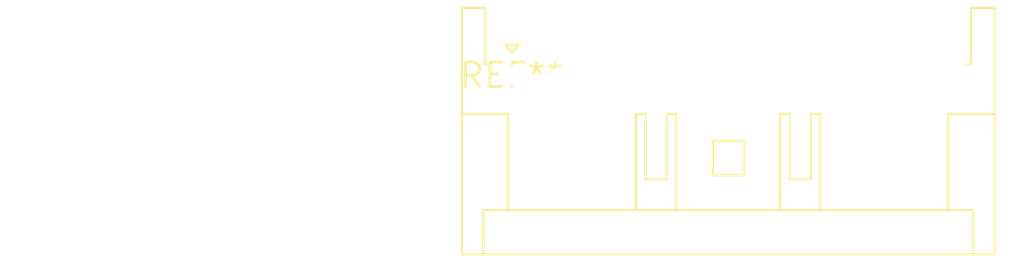
<source format=kicad_pcb>
(kicad_pcb (version 20240108) (generator pcbnew)
  (layers (0 "F.Cu" signal) (31 "B.Cu" signal) (34 "B.Paste" user) (35 "F.Paste" user) (36 "B.SilkS" user "B.Silkscreen") (37 "F.SilkS" user "F.Silkscreen") (38 "B.Mask" user) (39 "F.Mask" user) (44 "Edge.Cuts" user))
  (net 0 "")
  (footprint "JST_XA_S10B-XASK-1N-BN_1x10_P2.50mm_Horizontal" (layer "F.Cu") (at 0 0)
    (property "Reference" "REF**")
    (property "Value" "JST_XA_S10B-XASK-1N-BN_1x10_P2.50mm_Horizontal")
    (fp_line (start -2.61 -3.51) (end -2.61 9.31) (layer "F.SilkS") (stroke (width 0.12)))
    (fp_line (start -2.61 9.31) (end 25.11 9.31) (layer "F.SilkS") (stroke (width 0.12)))
    (fp_line (start -1.5 7.01) (end 24 7.01) (layer "F.SilkS") (stroke (width 0.12)))
    (fp_line (start -1.5 9.31) (end -1.5 7.01) (layer "F.SilkS") (stroke (width 0.12)))
    (fp_line (start -1.39 -3.51) (end -2.61 -3.51) (layer "F.SilkS") (stroke (width 0.12)))
    (fp_line (start -1.39 -0.61) (end -1.39 -3.51) (layer "F.SilkS") (stroke (width 0.12)))
    (fp_line (start -1.11 -0.61) (end -1.39 -0.61) (layer "F.SilkS") (stroke (width 0.12)))
    (fp_line (start -0.4 -1.6) (end 0.4 -1.6) (layer "F.SilkS") (stroke (width 0.12)))
    (fp_line (start -0.2 2) (end -2.61 2) (layer "F.SilkS") (stroke (width 0.12)))
    (fp_line (start -0.2 7.01) (end -0.2 2) (layer "F.SilkS") (stroke (width 0.12)))
    (fp_line (start 0 -1.2) (end -0.4 -1.6) (layer "F.SilkS") (stroke (width 0.12)))
    (fp_line (start 0.4 -1.6) (end 0 -1.2) (layer "F.SilkS") (stroke (width 0.12)))
    (fp_line (start 6.45 2) (end 6.45 7.01) (layer "F.SilkS") (stroke (width 0.12)))
    (fp_line (start 6.95 2) (end 6.45 2) (layer "F.SilkS") (stroke (width 0.12)))
    (fp_line (start 6.95 5.41) (end 6.95 2) (layer "F.SilkS") (stroke (width 0.12)))
    (fp_line (start 8.05 2) (end 8.05 5.41) (layer "F.SilkS") (stroke (width 0.12)))
    (fp_line (start 8.05 5.41) (end 6.95 5.41) (layer "F.SilkS") (stroke (width 0.12)))
    (fp_line (start 8.55 2) (end 8.05 2) (layer "F.SilkS") (stroke (width 0.12)))
    (fp_line (start 8.55 7.01) (end 8.55 2) (layer "F.SilkS") (stroke (width 0.12)))
    (fp_line (start 10.45 3.4) (end 12.05 3.4) (layer "F.SilkS") (stroke (width 0.12)))
    (fp_line (start 10.45 5.2) (end 10.45 3.4) (layer "F.SilkS") (stroke (width 0.12)))
    (fp_line (start 12.05 3.4) (end 12.05 5.2) (layer "F.SilkS") (stroke (width 0.12)))
    (fp_line (start 12.05 5.2) (end 10.45 5.2) (layer "F.SilkS") (stroke (width 0.12)))
    (fp_line (start 13.95 2) (end 14.45 2) (layer "F.SilkS") (stroke (width 0.12)))
    (fp_line (start 13.95 7.01) (end 13.95 2) (layer "F.SilkS") (stroke (width 0.12)))
    (fp_line (start 14.45 2) (end 14.45 5.41) (layer "F.SilkS") (stroke (width 0.12)))
    (fp_line (start 14.45 5.41) (end 15.55 5.41) (layer "F.SilkS") (stroke (width 0.12)))
    (fp_line (start 15.55 2) (end 16.05 2) (layer "F.SilkS") (stroke (width 0.12)))
    (fp_line (start 15.55 5.41) (end 15.55 2) (layer "F.SilkS") (stroke (width 0.12)))
    (fp_line (start 16.05 2) (end 16.05 7.01) (layer "F.SilkS") (stroke (width 0.12)))
    (fp_line (start 22.7 2) (end 25.11 2) (layer "F.SilkS") (stroke (width 0.12)))
    (fp_line (start 22.7 7.01) (end 22.7 2) (layer "F.SilkS") (stroke (width 0.12)))
    (fp_line (start 23.89 -3.51) (end 23.89 -0.61) (layer "F.SilkS") (stroke (width 0.12)))
    (fp_line (start 23.89 -0.61) (end 23.61 -0.61) (layer "F.SilkS") (stroke (width 0.12)))
    (fp_line (start 24 7.01) (end 24 9.31) (layer "F.SilkS") (stroke (width 0.12)))
    (fp_line (start 25.11 -3.51) (end 23.89 -3.51) (layer "F.SilkS") (stroke (width 0.12)))
    (fp_line (start 25.11 9.31) (end 25.11 -3.51) (layer "F.SilkS") (stroke (width 0.12)))
    (pad "1" thru_hole roundrect (at 0 0) (size 1.7 1.95) (drill 0.95) (layers *.Cu *.Mask) (remove_unused_layers) (roundrect_rratio 0.147059))
    (pad "2" thru_hole oval (at 2.5 0) (size 1.7 1.95) (drill 0.95) (layers *.Cu *.Mask) (remove_unused_layers))
    (pad "3" thru_hole oval (at 5 0) (size 1.7 1.95) (drill 0.95) (layers *.Cu *.Mask) (remove_unused_layers))
    (pad "4" thru_hole oval (at 7.5 0) (size 1.7 1.95) (drill 0.95) (layers *.Cu *.Mask) (remove_unused_layers))
    (pad "5" thru_hole oval (at 10 0) (size 1.7 1.95) (drill 0.95) (layers *.Cu *.Mask) (remove_unused_layers))
    (pad "6" thru_hole oval (at 12.5 0) (size 1.7 1.95) (drill 0.95) (layers *.Cu *.Mask) (remove_unused_layers))
    (pad "7" thru_hole oval (at 15 0) (size 1.7 1.95) (drill 0.95) (layers *.Cu *.Mask) (remove_unused_layers))
    (pad "8" thru_hole oval (at 17.5 0) (size 1.7 1.95) (drill 0.95) (layers *.Cu *.Mask) (remove_unused_layers))
    (pad "9" thru_hole oval (at 20 0) (size 1.7 1.95) (drill 0.95) (layers *.Cu *.Mask) (remove_unused_layers))
    (pad "10" thru_hole oval (at 22.5 0) (size 1.7 1.95) (drill 0.95) (layers *.Cu *.Mask) (remove_unused_layers))
  )
)
</source>
